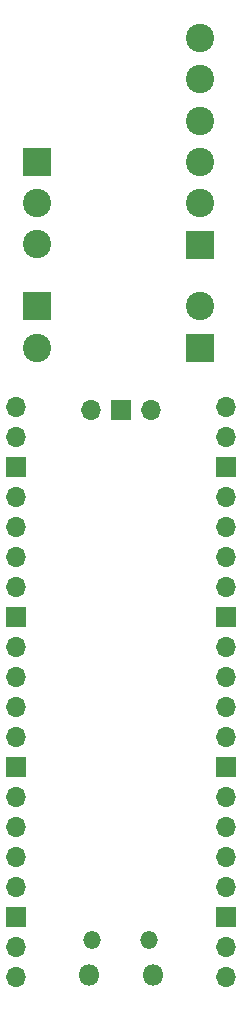
<source format=gbr>
%TF.GenerationSoftware,KiCad,Pcbnew,7.0.11+dfsg-1build4*%
%TF.CreationDate,2024-12-03T15:14:33-08:00*%
%TF.ProjectId,lightjar,6c696768-746a-4617-922e-6b696361645f,rev?*%
%TF.SameCoordinates,Original*%
%TF.FileFunction,Soldermask,Bot*%
%TF.FilePolarity,Negative*%
%FSLAX46Y46*%
G04 Gerber Fmt 4.6, Leading zero omitted, Abs format (unit mm)*
G04 Created by KiCad (PCBNEW 7.0.11+dfsg-1build4) date 2024-12-03 15:14:33*
%MOMM*%
%LPD*%
G01*
G04 APERTURE LIST*
%ADD10C,2.400000*%
%ADD11R,2.400000X2.400000*%
%ADD12O,1.700000X1.700000*%
%ADD13R,1.700000X1.700000*%
%ADD14O,1.800000X1.800000*%
%ADD15O,1.500000X1.500000*%
G04 APERTURE END LIST*
D10*
%TO.C,J2*%
X156000000Y-73750000D03*
D11*
X156000000Y-70250000D03*
%TD*%
D10*
%TO.C,J4*%
X156000000Y-65000000D03*
X156000000Y-61500000D03*
D11*
X156000000Y-58000000D03*
%TD*%
%TO.C,J1*%
X169799443Y-65030275D03*
D10*
X169799443Y-61530275D03*
X169799443Y-58030275D03*
X169799443Y-54530275D03*
X169799443Y-51030275D03*
X169799443Y-47530275D03*
%TD*%
D12*
%TO.C,U2*%
X160570000Y-78990000D03*
D13*
X163110000Y-78990000D03*
D12*
X165650000Y-78990000D03*
X154220000Y-127020000D03*
X154220000Y-124480000D03*
D13*
X154220000Y-121940000D03*
D12*
X154220000Y-119400000D03*
X154220000Y-116860000D03*
X154220000Y-114320000D03*
X154220000Y-111780000D03*
D13*
X154220000Y-109240000D03*
D12*
X154220000Y-106700000D03*
X154220000Y-104160000D03*
X154220000Y-101620000D03*
X154220000Y-99080000D03*
D13*
X154220000Y-96540000D03*
D12*
X154220000Y-94000000D03*
X154220000Y-91460000D03*
X154220000Y-88920000D03*
X154220000Y-86380000D03*
D13*
X154220000Y-83840000D03*
D12*
X154220000Y-81300000D03*
X154220000Y-78760000D03*
X172000000Y-78760000D03*
X172000000Y-81300000D03*
D13*
X172000000Y-83840000D03*
D12*
X172000000Y-86380000D03*
X172000000Y-88920000D03*
X172000000Y-91460000D03*
X172000000Y-94000000D03*
D13*
X172000000Y-96540000D03*
D12*
X172000000Y-99080000D03*
X172000000Y-101620000D03*
X172000000Y-104160000D03*
X172000000Y-106700000D03*
D13*
X172000000Y-109240000D03*
D12*
X172000000Y-111780000D03*
X172000000Y-114320000D03*
X172000000Y-116860000D03*
X172000000Y-119400000D03*
D13*
X172000000Y-121940000D03*
D12*
X172000000Y-124480000D03*
X172000000Y-127020000D03*
D14*
X160385000Y-126890000D03*
D15*
X160685000Y-123860000D03*
X165535000Y-123860000D03*
D14*
X165835000Y-126890000D03*
%TD*%
D11*
%TO.C,J3*%
X169800000Y-73750000D03*
D10*
X169800000Y-70250000D03*
%TD*%
M02*

</source>
